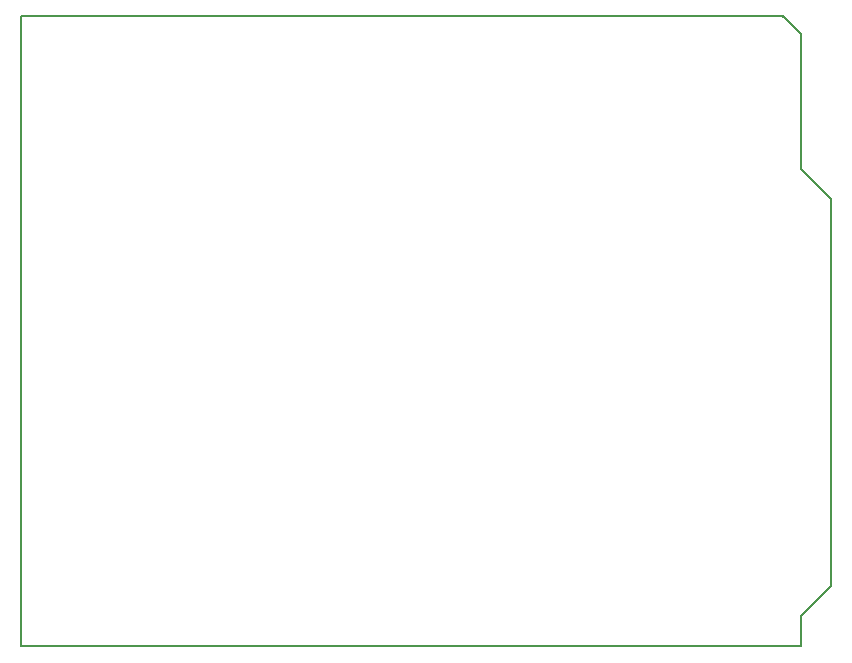
<source format=gbr>
G04 (created by PCBNEW (2013-07-07 BZR 4022)-stable) date 10/23/2014 11:52:32 AM*
%MOIN*%
G04 Gerber Fmt 3.4, Leading zero omitted, Abs format*
%FSLAX34Y34*%
G01*
G70*
G90*
G04 APERTURE LIST*
%ADD10C,0.00590551*%
%ADD11C,0.006*%
G04 APERTURE END LIST*
G54D10*
G54D11*
X84852Y-25542D02*
X84852Y-25551D01*
X59452Y-25542D02*
X84852Y-25542D01*
X59452Y-46542D02*
X59452Y-25542D01*
X85453Y-46542D02*
X59452Y-46542D01*
X85453Y-45540D02*
X85453Y-46542D01*
X86449Y-44544D02*
X85453Y-45540D01*
X86449Y-31634D02*
X86449Y-44544D01*
X85449Y-30634D02*
X86449Y-31634D01*
X85449Y-26136D02*
X85449Y-30634D01*
X84849Y-25536D02*
X85449Y-26136D01*
M02*

</source>
